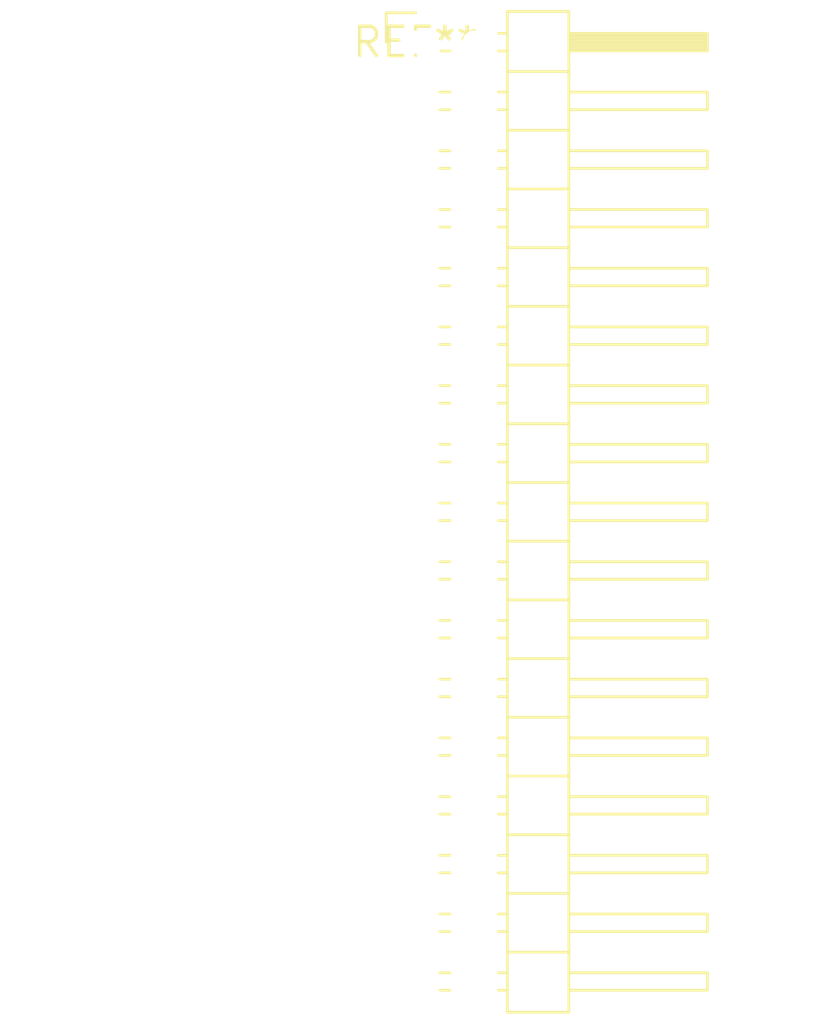
<source format=kicad_pcb>
(kicad_pcb (version 20240108) (generator pcbnew)
  (layers (0 "F.Cu" signal) (31 "B.Cu" signal) (34 "B.Paste" user) (35 "F.Paste" user) (36 "B.SilkS" user "B.Silkscreen") (37 "F.SilkS" user "F.Silkscreen") (38 "B.Mask" user) (39 "F.Mask" user) (44 "Edge.Cuts" user))
  (net 0 "")
  (footprint "PinHeader_2x17_P2.54mm_Horizontal" (layer "F.Cu") (at 0 0)
    (property "Reference" "REF**")
    (property "Value" "PinHeader_2x17_P2.54mm_Horizontal")
    (fp_line (start -1.27 -1.27) (end 0 -1.27) (layer "F.SilkS") (stroke (width 0.12)))
    (fp_line (start -1.27 0) (end -1.27 -1.27) (layer "F.SilkS") (stroke (width 0.12)))
    (fp_line (start 1.042929 2.16) (end 1.497071 2.16) (layer "F.SilkS") (stroke (width 0.12)))
    (fp_line (start 1.042929 2.92) (end 1.497071 2.92) (layer "F.SilkS") (stroke (width 0.12)))
    (fp_line (start 1.042929 4.7) (end 1.497071 4.7) (layer "F.SilkS") (stroke (width 0.12)))
    (fp_line (start 1.042929 5.46) (end 1.497071 5.46) (layer "F.SilkS") (stroke (width 0.12)))
    (fp_line (start 1.042929 7.24) (end 1.497071 7.24) (layer "F.SilkS") (stroke (width 0.12)))
    (fp_line (start 1.042929 8) (end 1.497071 8) (layer "F.SilkS") (stroke (width 0.12)))
    (fp_line (start 1.042929 9.78) (end 1.497071 9.78) (layer "F.SilkS") (stroke (width 0.12)))
    (fp_line (start 1.042929 10.54) (end 1.497071 10.54) (layer "F.SilkS") (stroke (width 0.12)))
    (fp_line (start 1.042929 12.32) (end 1.497071 12.32) (layer "F.SilkS") (stroke (width 0.12)))
    (fp_line (start 1.042929 13.08) (end 1.497071 13.08) (layer "F.SilkS") (stroke (width 0.12)))
    (fp_line (start 1.042929 14.86) (end 1.497071 14.86) (layer "F.SilkS") (stroke (width 0.12)))
    (fp_line (start 1.042929 15.62) (end 1.497071 15.62) (layer "F.SilkS") (stroke (width 0.12)))
    (fp_line (start 1.042929 17.4) (end 1.497071 17.4) (layer "F.SilkS") (stroke (width 0.12)))
    (fp_line (start 1.042929 18.16) (end 1.497071 18.16) (layer "F.SilkS") (stroke (width 0.12)))
    (fp_line (start 1.042929 19.94) (end 1.497071 19.94) (layer "F.SilkS") (stroke (width 0.12)))
    (fp_line (start 1.042929 20.7) (end 1.497071 20.7) (layer "F.SilkS") (stroke (width 0.12)))
    (fp_line (start 1.042929 22.48) (end 1.497071 22.48) (layer "F.SilkS") (stroke (width 0.12)))
    (fp_line (start 1.042929 23.24) (end 1.497071 23.24) (layer "F.SilkS") (stroke (width 0.12)))
    (fp_line (start 1.042929 25.02) (end 1.497071 25.02) (layer "F.SilkS") (stroke (width 0.12)))
    (fp_line (start 1.042929 25.78) (end 1.497071 25.78) (layer "F.SilkS") (stroke (width 0.12)))
    (fp_line (start 1.042929 27.56) (end 1.497071 27.56) (layer "F.SilkS") (stroke (width 0.12)))
    (fp_line (start 1.042929 28.32) (end 1.497071 28.32) (layer "F.SilkS") (stroke (width 0.12)))
    (fp_line (start 1.042929 30.1) (end 1.497071 30.1) (layer "F.SilkS") (stroke (width 0.12)))
    (fp_line (start 1.042929 30.86) (end 1.497071 30.86) (layer "F.SilkS") (stroke (width 0.12)))
    (fp_line (start 1.042929 32.64) (end 1.497071 32.64) (layer "F.SilkS") (stroke (width 0.12)))
    (fp_line (start 1.042929 33.4) (end 1.497071 33.4) (layer "F.SilkS") (stroke (width 0.12)))
    (fp_line (start 1.042929 35.18) (end 1.497071 35.18) (layer "F.SilkS") (stroke (width 0.12)))
    (fp_line (start 1.042929 35.94) (end 1.497071 35.94) (layer "F.SilkS") (stroke (width 0.12)))
    (fp_line (start 1.042929 37.72) (end 1.497071 37.72) (layer "F.SilkS") (stroke (width 0.12)))
    (fp_line (start 1.042929 38.48) (end 1.497071 38.48) (layer "F.SilkS") (stroke (width 0.12)))
    (fp_line (start 1.042929 40.26) (end 1.497071 40.26) (layer "F.SilkS") (stroke (width 0.12)))
    (fp_line (start 1.042929 41.02) (end 1.497071 41.02) (layer "F.SilkS") (stroke (width 0.12)))
    (fp_line (start 1.11 -0.38) (end 1.497071 -0.38) (layer "F.SilkS") (stroke (width 0.12)))
    (fp_line (start 1.11 0.38) (end 1.497071 0.38) (layer "F.SilkS") (stroke (width 0.12)))
    (fp_line (start 3.582929 -0.38) (end 3.98 -0.38) (layer "F.SilkS") (stroke (width 0.12)))
    (fp_line (start 3.582929 0.38) (end 3.98 0.38) (layer "F.SilkS") (stroke (width 0.12)))
    (fp_line (start 3.582929 2.16) (end 3.98 2.16) (layer "F.SilkS") (stroke (width 0.12)))
    (fp_line (start 3.582929 2.92) (end 3.98 2.92) (layer "F.SilkS") (stroke (width 0.12)))
    (fp_line (start 3.582929 4.7) (end 3.98 4.7) (layer "F.SilkS") (stroke (width 0.12)))
    (fp_line (start 3.582929 5.46) (end 3.98 5.46) (layer "F.SilkS") (stroke (width 0.12)))
    (fp_line (start 3.582929 7.24) (end 3.98 7.24) (layer "F.SilkS") (stroke (width 0.12)))
    (fp_line (start 3.582929 8) (end 3.98 8) (layer "F.SilkS") (stroke (width 0.12)))
    (fp_line (start 3.582929 9.78) (end 3.98 9.78) (layer "F.SilkS") (stroke (width 0.12)))
    (fp_line (start 3.582929 10.54) (end 3.98 10.54) (layer "F.SilkS") (stroke (width 0.12)))
    (fp_line (start 3.582929 12.32) (end 3.98 12.32) (layer "F.SilkS") (stroke (width 0.12)))
    (fp_line (start 3.582929 13.08) (end 3.98 13.08) (layer "F.SilkS") (stroke (width 0.12)))
    (fp_line (start 3.582929 14.86) (end 3.98 14.86) (layer "F.SilkS") (stroke (width 0.12)))
    (fp_line (start 3.582929 15.62) (end 3.98 15.62) (layer "F.SilkS") (stroke (width 0.12)))
    (fp_line (start 3.582929 17.4) (end 3.98 17.4) (layer "F.SilkS") (stroke (width 0.12)))
    (fp_line (start 3.582929 18.16) (end 3.98 18.16) (layer "F.SilkS") (stroke (width 0.12)))
    (fp_line (start 3.582929 19.94) (end 3.98 19.94) (layer "F.SilkS") (stroke (width 0.12)))
    (fp_line (start 3.582929 20.7) (end 3.98 20.7) (layer "F.SilkS") (stroke (width 0.12)))
    (fp_line (start 3.582929 22.48) (end 3.98 22.48) (layer "F.SilkS") (stroke (width 0.12)))
    (fp_line (start 3.582929 23.24) (end 3.98 23.24) (layer "F.SilkS") (stroke (width 0.12)))
    (fp_line (start 3.582929 25.02) (end 3.98 25.02) (layer "F.SilkS") (stroke (width 0.12)))
    (fp_line (start 3.582929 25.78) (end 3.98 25.78) (layer "F.SilkS") (stroke (width 0.12)))
    (fp_line (start 3.582929 27.56) (end 3.98 27.56) (layer "F.SilkS") (stroke (width 0.12)))
    (fp_line (start 3.582929 28.32) (end 3.98 28.32) (layer "F.SilkS") (stroke (width 0.12)))
    (fp_line (start 3.582929 30.1) (end 3.98 30.1) (layer "F.SilkS") (stroke (width 0.12)))
    (fp_line (start 3.582929 30.86) (end 3.98 30.86) (layer "F.SilkS") (stroke (width 0.12)))
    (fp_line (start 3.582929 32.64) (end 3.98 32.64) (layer "F.SilkS") (stroke (width 0.12)))
    (fp_line (start 3.582929 33.4) (end 3.98 33.4) (layer "F.SilkS") (stroke (width 0.12)))
    (fp_line (start 3.582929 35.18) (end 3.98 35.18) (layer "F.SilkS") (stroke (width 0.12)))
    (fp_line (start 3.582929 35.94) (end 3.98 35.94) (layer "F.SilkS") (stroke (width 0.12)))
    (fp_line (start 3.582929 37.72) (end 3.98 37.72) (layer "F.SilkS") (stroke (width 0.12)))
    (fp_line (start 3.582929 38.48) (end 3.98 38.48) (layer "F.SilkS") (stroke (width 0.12)))
    (fp_line (start 3.582929 40.26) (end 3.98 40.26) (layer "F.SilkS") (stroke (width 0.12)))
    (fp_line (start 3.582929 41.02) (end 3.98 41.02) (layer "F.SilkS") (stroke (width 0.12)))
    (fp_line (start 3.98 -1.33) (end 3.98 41.97) (layer "F.SilkS") (stroke (width 0.12)))
    (fp_line (start 3.98 1.27) (end 6.64 1.27) (layer "F.SilkS") (stroke (width 0.12)))
    (fp_line (start 3.98 3.81) (end 6.64 3.81) (layer "F.SilkS") (stroke (width 0.12)))
    (fp_line (start 3.98 6.35) (end 6.64 6.35) (layer "F.SilkS") (stroke (width 0.12)))
    (fp_line (start 3.98 8.89) (end 6.64 8.89) (layer "F.SilkS") (stroke (width 0.12)))
    (fp_line (start 3.98 11.43) (end 6.64 11.43) (layer "F.SilkS") (stroke (width 0.12)))
    (fp_line (start 3.98 13.97) (end 6.64 13.97) (layer "F.SilkS") (stroke (width 0.12)))
    (fp_line (start 3.98 16.51) (end 6.64 16.51) (layer "F.SilkS") (stroke (width 0.12)))
    (fp_line (start 3.98 19.05) (end 6.64 19.05) (layer "F.SilkS") (stroke (width 0.12)))
    (fp_line (start 3.98 21.59) (end 6.64 21.59) (layer "F.SilkS") (stroke (width 0.12)))
    (fp_line (start 3.98 24.13) (end 6.64 24.13) (layer "F.SilkS") (stroke (width 0.12)))
    (fp_line (start 3.98 26.67) (end 6.64 26.67) (layer "F.SilkS") (stroke (width 0.12)))
    (fp_line (start 3.98 29.21) (end 6.64 29.21) (layer "F.SilkS") (stroke (width 0.12)))
    (fp_line (start 3.98 31.75) (end 6.64 31.75) (layer "F.SilkS") (stroke (width 0.12)))
    (fp_line (start 3.98 34.29) (end 6.64 34.29) (layer "F.SilkS") (stroke (width 0.12)))
    (fp_line (start 3.98 36.83) (end 6.64 36.83) (layer "F.SilkS") (stroke (width 0.12)))
    (fp_line (start 3.98 39.37) (end 6.64 39.37) (layer "F.SilkS") (stroke (width 0.12)))
    (fp_line (start 3.98 41.97) (end 6.64 41.97) (layer "F.SilkS") (stroke (width 0.12)))
    (fp_line (start 6.64 -1.33) (end 3.98 -1.33) (layer "F.SilkS") (stroke (width 0.12)))
    (fp_line (start 6.64 -0.38) (end 12.64 -0.38) (layer "F.SilkS") (stroke (width 0.12)))
    (fp_line (start 6.64 -0.32) (end 12.64 -0.32) (layer "F.SilkS") (stroke (width 0.12)))
    (fp_line (start 6.64 -0.2) (end 12.64 -0.2) (layer "F.SilkS") (stroke (width 0.12)))
    (fp_line (start 6.64 -0.08) (end 12.64 -0.08) (layer "F.SilkS") (stroke (width 0.12)))
    (fp_line (start 6.64 0.04) (end 12.64 0.04) (layer "F.SilkS") (stroke (width 0.12)))
    (fp_line (start 6.64 0.16) (end 12.64 0.16) (layer "F.SilkS") (stroke (width 0.12)))
    (fp_line (start 6.64 0.28) (end 12.64 0.28) (layer "F.SilkS") (stroke (width 0.12)))
    (fp_line (start 6.64 2.16) (end 12.64 2.16) (layer "F.SilkS") (stroke (width 0.12)))
    (fp_line (start 6.64 4.7) (end 12.64 4.7) (layer "F.SilkS") (stroke (width 0.12)))
    (fp_line (start 6.64 7.24) (end 12.64 7.24) (layer "F.SilkS") (stroke (width 0.12)))
    (fp_line (start 6.64 9.78) (end 12.64 9.78) (layer "F.SilkS") (stroke (width 0.12)))
    (fp_line (start 6.64 12.32) (end 12.64 12.32) (layer "F.SilkS") (stroke (width 0.12)))
    (fp_line (start 6.64 14.86) (end 12.64 14.86) (layer "F.SilkS") (stroke (width 0.12)))
    (fp_line (start 6.64 17.4) (end 12.64 17.4) (layer "F.SilkS") (stroke (width 0.12)))
    (fp_line (start 6.64 19.94) (end 12.64 19.94) (layer "F.SilkS") (stroke (width 0.12)))
    (fp_line (start 6.64 22.48) (end 12.64 22.48) (layer "F.SilkS") (stroke (width 0.12)))
    (fp_line (start 6.64 25.02) (end 12.64 25.02) (layer "F.SilkS") (stroke (width 0.12)))
    (fp_line (start 6.64 27.56) (end 12.64 27.56) (layer "F.SilkS") (stroke (width 0.12)))
    (fp_line (start 6.64 30.1) (end 12.64 30.1) (layer "F.SilkS") (stroke (width 0.12)))
    (fp_line (start 6.64 32.64) (end 12.64 32.64) (layer "F.SilkS") (stroke (width 0.12)))
    (fp_line (start 6.64 35.18) (end 12.64 35.18) (layer "F.SilkS") (stroke (width 0.12)))
    (fp_line (start 6.64 37.72) (end 12.64 37.72) (layer "F.SilkS") (stroke (width 0.12)))
    (fp_line (start 6.64 40.26) (end 12.64 40.26) (layer "F.SilkS") (stroke (width 0.12)))
    (fp_line (start 6.64 41.97) (end 6.64 -1.33) (layer "F.SilkS") (stroke (width 0.12)))
    (fp_line (start 12.64 -0.38) (end 12.64 0.38) (layer "F.SilkS") (stroke (width 0.12)))
    (fp_line (start 12.64 0.38) (end 6.64 0.38) (layer "F.SilkS") (stroke (width 0.12)))
    (fp_line (start 12.64 2.16) (end 12.64 2.92) (layer "F.SilkS") (stroke (width 0.12)))
    (fp_line (start 12.64 2.92) (end 6.64 2.92) (layer "F.SilkS") (stroke (width 0.12)))
    (fp_line (start 12.64 4.7) (end 12.64 5.46) (layer "F.SilkS") (stroke (width 0.12)))
    (fp_line (start 12.64 5.46) (end 6.64 5.46) (layer "F.SilkS") (stroke (width 0.12)))
    (fp_line (start 12.64 7.24) (end 12.64 8) (layer "F.SilkS") (stroke (width 0.12)))
    (fp_line (start 12.64 8) (end 6.64 8) (layer "F.SilkS") (stroke (width 0.12)))
    (fp_line (start 12.64 9.78) (end 12.64 10.54) (layer "F.SilkS") (stroke (width 0.12)))
    (fp_line (start 12.64 10.54) (end 6.64 10.54) (layer "F.SilkS") (stroke (width 0.12)))
    (fp_line (start 12.64 12.32) (end 12.64 13.08) (layer "F.SilkS") (stroke (width 0.12)))
    (fp_line (start 12.64 13.08) (end 6.64 13.08) (layer "F.SilkS") (stroke (width 0.12)))
    (fp_line (start 12.64 14.86) (end 12.64 15.62) (layer "F.SilkS") (stroke (width 0.12)))
    (fp_line (start 12.64 15.62) (end 6.64 15.62) (layer "F.SilkS") (stroke (width 0.12)))
    (fp_line (start 12.64 17.4) (end 12.64 18.16) (layer "F.SilkS") (stroke (width 0.12)))
    (fp_line (start 12.64 18.16) (end 6.64 18.16) (layer "F.SilkS") (stroke (width 0.12)))
    (fp_line (start 12.64 19.94) (end 12.64 20.7) (layer "F.SilkS") (stroke (width 0.12)))
    (fp_line (start 12.64 20.7) (end 6.64 20.7) (layer "F.SilkS") (stroke (width 0.12)))
    (fp_line (start 12.64 22.48) (end 12.64 23.24) (layer "F.SilkS") (stroke (width 0.12)))
    (fp_line (start 12.64 23.24) (end 6.64 23.24) (layer "F.SilkS") (stroke (width 0.12)))
    (fp_line (start 12.64 25.02) (end 12.64 25.78) (layer "F.SilkS") (stroke (width 0.12)))
    (fp_line (start 12.64 25.78) (end 6.64 25.78) (layer "F.SilkS") (stroke (width 0.12)))
    (fp_line (start 12.64 27.56) (end 12.64 28.32) (layer "F.SilkS") (stroke (width 0.12)))
    (fp_line (start 12.64 28.32) (end 6.64 28.32) (layer "F.SilkS") (stroke (width 0.12)))
    (fp_line (start 12.64 30.1) (end 12.64 30.86) (layer "F.SilkS") (stroke (width 0.12)))
    (fp_line (start 12.64 30.86) (end 6.64 30.86) (layer "F.SilkS") (stroke (width 0.12)))
    (fp_line (start 12.64 32.64) (end 12.64 33.4) (layer "F.SilkS") (stroke (width 0.12)))
    (fp_line (start 12.64 33.4) (end 6.64 33.4) (layer "F.SilkS") (stroke (width 0.12)))
    (fp_line (start 12.64 35.18) (end 12.64 35.94) (layer "F.SilkS") (stroke (width 0.12)))
    (fp_line (start 12.64 35.94) (end 6.64 35.94) (layer "F.SilkS") (stroke (width 0.12)))
    (fp_line (start 12.64 37.72) (end 12.64 38.48) (layer "F.SilkS") (stroke (width 0.12)))
    (fp_line (start 12.64 38.48) (end 6.64 38.48) (layer "F.SilkS") (stroke (width 0.12)))
    (fp_line (start 12.64 40.26) (end 12.64 41.02) (layer "F.SilkS") (stroke (width 0.12)))
    (fp_line (start 12.64 41.02) (end 6.64 41.02) (layer "F.SilkS") (stroke (width 0.12)))
    (pad "1" thru_hole rect (at 0 0) (size 1.7 1.7) (drill 1) (layers *.Cu *.Mask) (remove_unused_layers))
    (pad "2" thru_hole oval (at 2.54 0) (size 1.7 1.7) (drill 1) (layers *.Cu *.Mask) (remove_unused_layers))
    (pad "3" thru_hole oval (at 0 2.54) (size 1.7 1.7) (drill 1) (layers *.Cu *.Mask) (remove_unused_layers))
    (pad "4" thru_hole oval (at 2.54 2.54) (size 1.7 1.7) (drill 1) (layers *.Cu *.Mask) (remove_unused_layers))
    (pad "5" thru_hole oval (at 0 5.08) (size 1.7 1.7) (drill 1) (layers *.Cu *.Mask) (remove_unused_layers))
    (pad "6" thru_hole oval (at 2.54 5.08) (size 1.7 1.7) (drill 1) (layers *.Cu *.Mask) (remove_unused_layers))
    (pad "7" thru_hole oval (at 0 7.62) (size 1.7 1.7) (drill 1) (layers *.Cu *.Mask) (remove_unused_layers))
    (pad "8" thru_hole oval (at 2.54 7.62) (size 1.7 1.7) (drill 1) (layers *.Cu *.Mask) (remove_unused_layers))
    (pad "9" thru_hole oval (at 0 10.16) (size 1.7 1.7) (drill 1) (layers *.Cu *.Mask) (remove_unused_layers))
    (pad "10" thru_hole oval (at 2.54 10.16) (size 1.7 1.7) (drill 1) (layers *.Cu *.Mask) (remove_unused_layers))
    (pad "11" thru_hole oval (at 0 12.7) (size 1.7 1.7) (drill 1) (layers *.Cu *.Mask) (remove_unused_layers))
    (pad "12" thru_hole oval (at 2.54 12.7) (size 1.7 1.7) (drill 1) (layers *.Cu *.Mask) (remove_unused_layers))
    (pad "13" thru_hole oval (at 0 15.24) (size 1.7 1.7) (drill 1) (layers *.Cu *.Mask) (remove_unused_layers))
    (pad "14" thru_hole oval (at 2.54 15.24) (size 1.7 1.7) (drill 1) (layers *.Cu *.Mask) (remove_unused_layers))
    (pad "15" thru_hole oval (at 0 17.78) (size 1.7 1.7) (drill 1) (layers *.Cu *.Mask) (remove_unused_layers))
    (pad "16" thru_hole oval (at 2.54 17.78) (size 1.7 1.7) (drill 1) (layers *.Cu *.Mask) (remove_unused_layers))
    (pad "17" thru_hole oval (at 0 20.32) (size 1.7 1.7) (drill 1) (layers *.Cu *.Mask) (remove_unused_layers))
    (pad "18" thru_hole oval (at 2.54 20.32) (size 1.7 1.7) (drill 1) (layers *.Cu *.Mask) (remove_unused_layers))
    (pad "19" thru_hole oval (at 0 22.86) (size 1.7 1.7) (drill 1) (layers *.Cu *.Mask) (remove_unused_layers))
    (pad "20" thru_hole oval (at 2.54 22.86) (size 1.7 1.7) (drill 1) (layers *.Cu *.Mask) (remove_unused_layers))
    (pad "21" thru_hole oval (at 0 25.4) (size 1.7 1.7) (drill 1) (layers *.Cu *.Mask) (remove_unused_layers))
    (pad "22" thru_hole oval (at 2.54 25.4) (size 1.7 1.7) (drill 1) (layers *.Cu *.Mask) (remove_unused_layers))
    (pad "23" thru_hole oval (at 0 27.94) (size 1.7 1.7) (drill 1) (layers *.Cu *.Mask) (remove_unused_layers))
    (pad "24" thru_hole oval (at 2.54 27.94) (size 1.7 1.7) (drill 1) (layers *.Cu *.Mask) (remove_unused_layers))
    (pad "25" thru_hole oval (at 0 30.48) (size 1.7 1.7) (drill 1) (layers *.Cu *.Mask) (remove_unused_layers))
    (pad "26" thru_hole oval (at 2.54 30.48) (size 1.7 1.7) (drill 1) (layers *.Cu *.Mask) (remove_unused_layers))
    (pad "27" thru_hole oval (at 0 33.02) (size 1.7 1.7) (drill 1) (layers *.Cu *.Mask) (remove_unused_layers))
    (pad "28" thru_hole oval (at 2.54 33.02) (size 1.7 1.7) (drill 1) (layers *.Cu *.Mask) (remove_unused_layers))
    (pad "29" thru_hole oval (at 0 35.56) (size 1.7 1.7) (drill 1) (layers *.Cu *.Mask) (remove_unused_layers))
    (pad "30" thru_hole oval (at 2.54 35.56) (size 1.7 1.7) (drill 1) (layers *.Cu *.Mask) (remove_unused_layers))
    (pad "31" thru_hole oval (at 0 38.1) (size 1.7 1.7) (drill 1) (layers *.Cu *.Mask) (remove_unused_layers))
    (pad "32" thru_hole oval (at 2.54 38.1) (size 1.7 1.7) (drill 1) (layers *.Cu *.Mask) (remove_unused_layers))
    (pad "33" thru_hole oval (at 0 40.64) (size 1.7 1.7) (drill 1) (layers *.Cu *.Mask) (remove_unused_layers))
    (pad "34" thru_hole oval (at 2.54 40.64) (size 1.7 1.7) (drill 1) (layers *.Cu *.Mask) (remove_unused_layers))
  )
)
</source>
